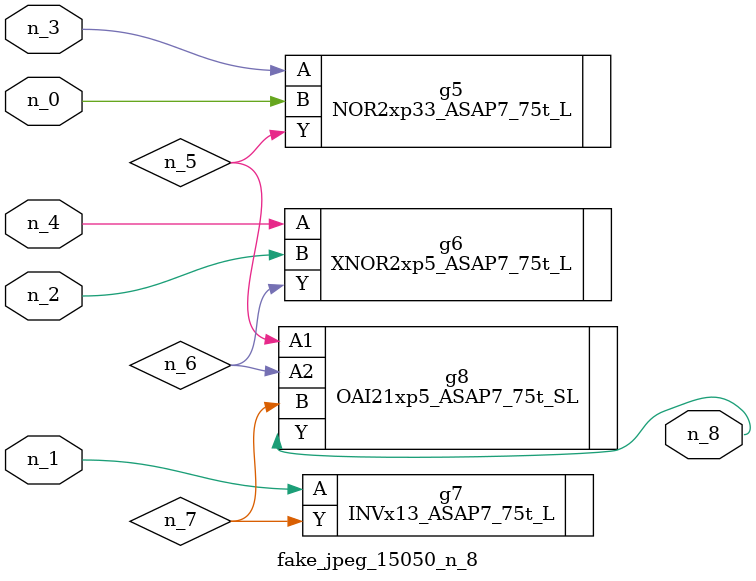
<source format=v>
module fake_jpeg_15050_n_8 (n_3, n_2, n_1, n_0, n_4, n_8);

input n_3;
input n_2;
input n_1;
input n_0;
input n_4;

output n_8;

wire n_6;
wire n_5;
wire n_7;

NOR2xp33_ASAP7_75t_L g5 ( 
.A(n_3),
.B(n_0),
.Y(n_5)
);

XNOR2xp5_ASAP7_75t_L g6 ( 
.A(n_4),
.B(n_2),
.Y(n_6)
);

INVx13_ASAP7_75t_L g7 ( 
.A(n_1),
.Y(n_7)
);

OAI21xp5_ASAP7_75t_SL g8 ( 
.A1(n_5),
.A2(n_6),
.B(n_7),
.Y(n_8)
);


endmodule
</source>
